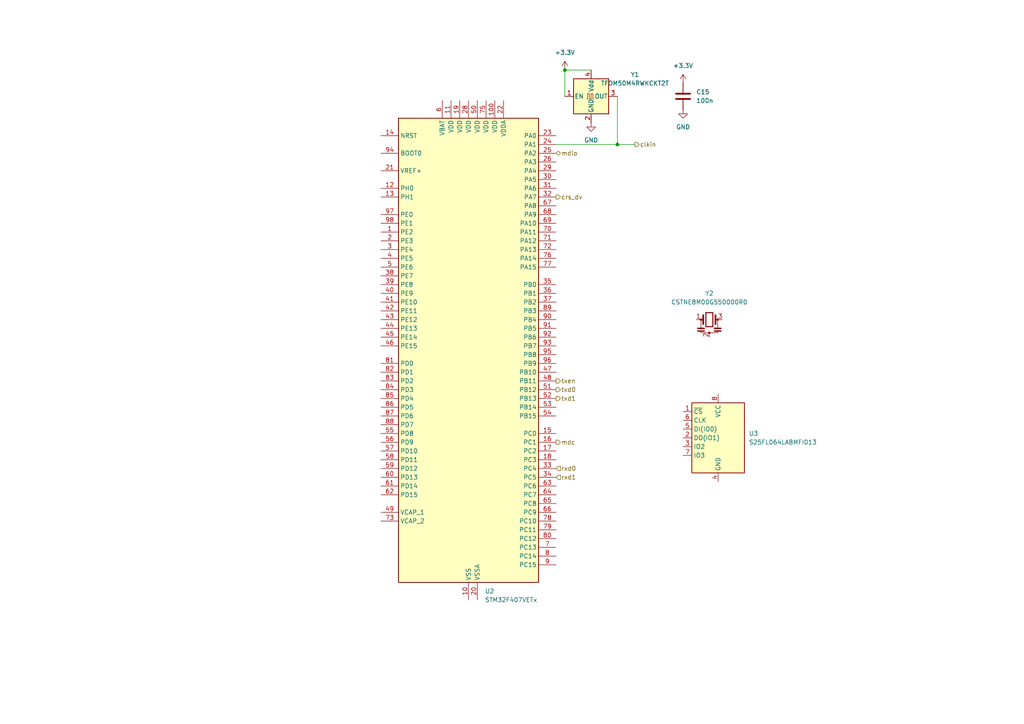
<source format=kicad_sch>
(kicad_sch (version 20231120) (generator "eeschema") (generator_version "8.0")
  (paper "A4")
  (lib_symbols
    (symbol "Device:C" (pin_numbers hide) (pin_names (offset 0.254))
      (property "Reference" "C" (at 0.635 2.54 0))
      (property "Value" "C" (at 0.635 -2.54 0))
      (symbol "C_0_1"
        (polyline (pts (xy -2.032 -0.762) (xy 2.032 -0.762)) (stroke (width 0.508)))
        (polyline (pts (xy -2.032 0.762) (xy 2.032 0.762)) (stroke (width 0.508)))
      )
      (symbol "C_1_1"
        (pin passive line (at 0 3.81 270) (length 2.794) (name "~") (number "1"))
        (pin passive line (at 0 -3.81 90) (length 2.794) (name "~") (number "2"))
      )
    )
    (symbol "Device:Resonator" (pin_names (offset 1.016) hide)
      (property "Reference" "Y" (at 0 5.715 0))
      (property "Value" "Resonator" (at 0 3.81 0))
      (symbol "Resonator_0_1"
        (rectangle (start -3.429 -3.175) (end -1.397 -3.429) (fill (type outline)))
        (rectangle (start -3.429 -2.413) (end -1.397 -2.667) (fill (type outline)))
        (circle (center -2.413 0) (radius 0.254) (fill (type outline)))
        (rectangle (start -1.016 2.032) (end 1.016 -2.032) (stroke (width 0.3048)))
        (circle (center 0 -3.81) (radius 0.254) (fill (type outline)))
        (polyline (pts (xy -2.413 -2.413) (xy -2.413 0)))
        (polyline (pts (xy -1.905 0) (xy -3.175 0)))
        (polyline (pts (xy -1.778 -1.27) (xy -1.778 1.27)) (stroke (width 0.508)))
        (polyline (pts (xy 1.778 -1.27) (xy 1.778 1.27)) (stroke (width 0.508)))
        (polyline (pts (xy 1.905 0) (xy 2.54 0)))
        (polyline (pts (xy 2.413 0) (xy 2.413 -2.54)))
        (polyline (pts (xy 2.413 -3.302) (xy 2.413 -3.81) (xy -2.413 -3.81) (xy -2.413 -3.302)))
        (rectangle (start 1.397 -3.175) (end 3.429 -3.429) (fill (type outline)))
        (rectangle (start 1.397 -2.413) (end 3.429 -2.667) (fill (type outline)))
        (circle (center 2.413 0) (radius 0.254) (fill (type outline)))
      )
      (symbol "Resonator_1_1"
        (pin passive line (at -3.81 0 0) (length 1.27) (name "1") (number "1"))
        (pin passive line (at 0 -5.08 90) (length 1.27) (name "2") (number "2"))
        (pin passive line (at 3.81 0 180) (length 1.27) (name "3") (number "3"))
      )
    )
    (symbol "MCU_ST_STM32F4:STM32F407VETx"
      (property "Reference" "U" (at -20.32 69.85 0))
      (property "Value" "STM32F407VETx" (at 12.7 69.85 0))
      (symbol "STM32F407VETx_0_1"
        (rectangle (start -20.32 -66.04) (end 20.32 68.58) (stroke (width 0.254)) (fill (type background)))
      )
      (symbol "STM32F407VETx_1_1"
        (pin bidirectional line (at -25.4 35.56 0) (length 5.08) (name "PE2") (number "1"))
        (pin power_in line (at 0 -71.12 90) (length 5.08) (name "VSS") (number "10"))
        (pin power_in line (at 7.62 73.66 270) (length 5.08) (name "VDD") (number "100"))
        (pin power_in line (at -5.08 73.66 270) (length 5.08) (name "VDD") (number "11"))
        (pin bidirectional line (at -25.4 48.26 0) (length 5.08) (name "PH0") (number "12"))
        (pin bidirectional line (at -25.4 45.72 0) (length 5.08) (name "PH1") (number "13"))
        (pin input line (at -25.4 63.5 0) (length 5.08) (name "NRST") (number "14"))
        (pin bidirectional line (at 25.4 -22.86 180) (length 5.08) (name "PC0") (number "15"))
        (pin bidirectional line (at 25.4 -25.4 180) (length 5.08) (name "PC1") (number "16"))
        (pin bidirectional line (at 25.4 -27.94 180) (length 5.08) (name "PC2") (number "17"))
        (pin bidirectional line (at 25.4 -30.48 180) (length 5.08) (name "PC3") (number "18"))
        (pin power_in line (at -2.54 73.66 270) (length 5.08) (name "VDD") (number "19"))
        (pin bidirectional line (at -25.4 33.02 0) (length 5.08) (name "PE3") (number "2"))
        (pin power_in line (at 2.54 -71.12 90) (length 5.08) (name "VSSA") (number "20"))
        (pin input line (at -25.4 53.34 0) (length 5.08) (name "VREF+") (number "21"))
        (pin power_in line (at 10.16 73.66 270) (length 5.08) (name "VDDA") (number "22"))
        (pin bidirectional line (at 25.4 63.5 180) (length 5.08) (name "PA0") (number "23"))
        (pin bidirectional line (at 25.4 60.96 180) (length 5.08) (name "PA1") (number "24"))
        (pin bidirectional line (at 25.4 58.42 180) (length 5.08) (name "PA2") (number "25"))
        (pin bidirectional line (at 25.4 55.88 180) (length 5.08) (name "PA3") (number "26"))
        (pin passive line (at 0 -71.12 90) (length 5.08) hide (name "VSS") (number "27"))
        (pin power_in line (at 0 73.66 270) (length 5.08) (name "VDD") (number "28"))
        (pin bidirectional line (at 25.4 53.34 180) (length 5.08) (name "PA4") (number "29"))
        (pin bidirectional line (at -25.4 30.48 0) (length 5.08) (name "PE4") (number "3"))
        (pin bidirectional line (at 25.4 50.8 180) (length 5.08) (name "PA5") (number "30"))
        (pin bidirectional line (at 25.4 48.26 180) (length 5.08) (name "PA6") (number "31"))
        (pin bidirectional line (at 25.4 45.72 180) (length 5.08) (name "PA7") (number "32"))
        (pin bidirectional line (at 25.4 -33.02 180) (length 5.08) (name "PC4") (number "33"))
        (pin bidirectional line (at 25.4 -35.56 180) (length 5.08) (name "PC5") (number "34"))
        (pin bidirectional line (at 25.4 20.32 180) (length 5.08) (name "PB0") (number "35"))
        (pin bidirectional line (at 25.4 17.78 180) (length 5.08) (name "PB1") (number "36"))
        (pin bidirectional line (at 25.4 15.24 180) (length 5.08) (name "PB2") (number "37"))
        (pin bidirectional line (at -25.4 22.86 0) (length 5.08) (name "PE7") (number "38"))
        (pin bidirectional line (at -25.4 20.32 0) (length 5.08) (name "PE8") (number "39"))
        (pin bidirectional line (at -25.4 27.94 0) (length 5.08) (name "PE5") (number "4"))
        (pin bidirectional line (at -25.4 17.78 0) (length 5.08) (name "PE9") (number "40"))
        (pin bidirectional line (at -25.4 15.24 0) (length 5.08) (name "PE10") (number "41"))
        (pin bidirectional line (at -25.4 12.7 0) (length 5.08) (name "PE11") (number "42"))
        (pin bidirectional line (at -25.4 10.16 0) (length 5.08) (name "PE12") (number "43"))
        (pin bidirectional line (at -25.4 7.62 0) (length 5.08) (name "PE13") (number "44"))
        (pin bidirectional line (at -25.4 5.08 0) (length 5.08) (name "PE14") (number "45"))
        (pin bidirectional line (at -25.4 2.54 0) (length 5.08) (name "PE15") (number "46"))
        (pin bidirectional line (at 25.4 -5.08 180) (length 5.08) (name "PB10") (number "47"))
        (pin bidirectional line (at 25.4 -7.62 180) (length 5.08) (name "PB11") (number "48"))
        (pin power_out line (at -25.4 -45.72 0) (length 5.08) (name "VCAP_1") (number "49"))
        (pin bidirectional line (at -25.4 25.4 0) (length 5.08) (name "PE6") (number "5"))
        (pin power_in line (at 2.54 73.66 270) (length 5.08) (name "VDD") (number "50"))
        (pin bidirectional line (at 25.4 -10.16 180) (length 5.08) (name "PB12") (number "51"))
        (pin bidirectional line (at 25.4 -12.7 180) (length 5.08) (name "PB13") (number "52"))
        (pin bidirectional line (at 25.4 -15.24 180) (length 5.08) (name "PB14") (number "53"))
        (pin bidirectional line (at 25.4 -17.78 180) (length 5.08) (name "PB15") (number "54"))
        (pin bidirectional line (at -25.4 -22.86 0) (length 5.08) (name "PD8") (number "55"))
        (pin bidirectional line (at -25.4 -25.4 0) (length 5.08) (name "PD9") (number "56"))
        (pin bidirectional line (at -25.4 -27.94 0) (length 5.08) (name "PD10") (number "57"))
        (pin bidirectional line (at -25.4 -30.48 0) (length 5.08) (name "PD11") (number "58"))
        (pin bidirectional line (at -25.4 -33.02 0) (length 5.08) (name "PD12") (number "59"))
        (pin power_in line (at -7.62 73.66 270) (length 5.08) (name "VBAT") (number "6"))
        (pin bidirectional line (at -25.4 -35.56 0) (length 5.08) (name "PD13") (number "60"))
        (pin bidirectional line (at -25.4 -38.1 0) (length 5.08) (name "PD14") (number "61"))
        (pin bidirectional line (at -25.4 -40.64 0) (length 5.08) (name "PD15") (number "62"))
        (pin bidirectional line (at 25.4 -38.1 180) (length 5.08) (name "PC6") (number "63"))
        (pin bidirectional line (at 25.4 -40.64 180) (length 5.08) (name "PC7") (number "64"))
        (pin bidirectional line (at 25.4 -43.18 180) (length 5.08) (name "PC8") (number "65"))
        (pin bidirectional line (at 25.4 -45.72 180) (length 5.08) (name "PC9") (number "66"))
        (pin bidirectional line (at 25.4 43.18 180) (length 5.08) (name "PA8") (number "67"))
        (pin bidirectional line (at 25.4 40.64 180) (length 5.08) (name "PA9") (number "68"))
        (pin bidirectional line (at 25.4 38.1 180) (length 5.08) (name "PA10") (number "69"))
        (pin bidirectional line (at 25.4 -55.88 180) (length 5.08) (name "PC13") (number "7"))
        (pin bidirectional line (at 25.4 35.56 180) (length 5.08) (name "PA11") (number "70"))
        (pin bidirectional line (at 25.4 33.02 180) (length 5.08) (name "PA12") (number "71"))
        (pin bidirectional line (at 25.4 30.48 180) (length 5.08) (name "PA13") (number "72"))
        (pin power_out line (at -25.4 -48.26 0) (length 5.08) (name "VCAP_2") (number "73"))
        (pin passive line (at 0 -71.12 90) (length 5.08) hide (name "VSS") (number "74"))
        (pin power_in line (at 5.08 73.66 270) (length 5.08) (name "VDD") (number "75"))
        (pin bidirectional line (at 25.4 27.94 180) (length 5.08) (name "PA14") (number "76"))
        (pin bidirectional line (at 25.4 25.4 180) (length 5.08) (name "PA15") (number "77"))
        (pin bidirectional line (at 25.4 -48.26 180) (length 5.08) (name "PC10") (number "78"))
        (pin bidirectional line (at 25.4 -50.8 180) (length 5.08) (name "PC11") (number "79"))
        (pin bidirectional line (at 25.4 -58.42 180) (length 5.08) (name "PC14") (number "8"))
        (pin bidirectional line (at 25.4 -53.34 180) (length 5.08) (name "PC12") (number "80"))
        (pin bidirectional line (at -25.4 -2.54 0) (length 5.08) (name "PD0") (number "81"))
        (pin bidirectional line (at -25.4 -5.08 0) (length 5.08) (name "PD1") (number "82"))
        (pin bidirectional line (at -25.4 -7.62 0) (length 5.08) (name "PD2") (number "83"))
        (pin bidirectional line (at -25.4 -10.16 0) (length 5.08) (name "PD3") (number "84"))
        (pin bidirectional line (at -25.4 -12.7 0) (length 5.08) (name "PD4") (number "85"))
        (pin bidirectional line (at -25.4 -15.24 0) (length 5.08) (name "PD5") (number "86"))
        (pin bidirectional line (at -25.4 -17.78 0) (length 5.08) (name "PD6") (number "87"))
        (pin bidirectional line (at -25.4 -20.32 0) (length 5.08) (name "PD7") (number "88"))
        (pin bidirectional line (at 25.4 12.7 180) (length 5.08) (name "PB3") (number "89"))
        (pin bidirectional line (at 25.4 -60.96 180) (length 5.08) (name "PC15") (number "9"))
        (pin bidirectional line (at 25.4 10.16 180) (length 5.08) (name "PB4") (number "90"))
        (pin bidirectional line (at 25.4 7.62 180) (length 5.08) (name "PB5") (number "91"))
        (pin bidirectional line (at 25.4 5.08 180) (length 5.08) (name "PB6") (number "92"))
        (pin bidirectional line (at 25.4 2.54 180) (length 5.08) (name "PB7") (number "93"))
        (pin input line (at -25.4 58.42 0) (length 5.08) (name "BOOT0") (number "94"))
        (pin bidirectional line (at 25.4 0 180) (length 5.08) (name "PB8") (number "95"))
        (pin bidirectional line (at 25.4 -2.54 180) (length 5.08) (name "PB9") (number "96"))
        (pin bidirectional line (at -25.4 40.64 0) (length 5.08) (name "PE0") (number "97"))
        (pin bidirectional line (at -25.4 38.1 0) (length 5.08) (name "PE1") (number "98"))
        (pin passive line (at 0 -71.12 90) (length 5.08) hide (name "VSS") (number "99"))
      )
    )
    (symbol "Memory_Flash:W25Q16JVSS"
      (property "Reference" "U" (at -6.35 11.43 0))
      (property "Value" "W25Q16JVSS" (at 7.62 11.43 0))
      (symbol "W25Q16JVSS_0_1"
        (rectangle (start -7.62 10.16) (end 7.62 -10.16) (stroke (width 0.254)) (fill (type background)))
      )
      (symbol "W25Q16JVSS_1_1"
        (pin input line (at -10.16 7.62 0) (length 2.54) (name "~{CS}") (number "1"))
        (pin bidirectional line (at -10.16 0 0) (length 2.54) (name "DO(IO1)") (number "2"))
        (pin bidirectional line (at -10.16 -2.54 0) (length 2.54) (name "IO2") (number "3"))
        (pin power_in line (at 0 -12.7 90) (length 2.54) (name "GND") (number "4"))
        (pin bidirectional line (at -10.16 2.54 0) (length 2.54) (name "DI(IO0)") (number "5"))
        (pin input line (at -10.16 5.08 0) (length 2.54) (name "CLK") (number "6"))
        (pin bidirectional line (at -10.16 -5.08 0) (length 2.54) (name "IO3") (number "7"))
        (pin power_in line (at 0 12.7 270) (length 2.54) (name "VCC") (number "8"))
      )
    )
    (symbol "Oscillator:ASE-xxxMHz" (pin_names (offset 0.254))
      (property "Reference" "Y" (at -5.08 6.35 0))
      (property "Value" "ASE-xxxMHz" (at 1.27 -6.35 0))
      (symbol "ASE-xxxMHz_0_1"
        (rectangle (start -5.08 5.08) (end 5.08 -5.08) (stroke (width 0.254)) (fill (type background)))
        (polyline (pts (xy -1.27 -0.762) (xy -1.016 -0.762) (xy -1.016 0.762) (xy -0.508 0.762) (xy -0.508 -0.762) (xy 0 -0.762) (xy 0 0.762) (xy 0.508 0.762) (xy 0.508 -0.762) (xy 0.762 -0.762)))
      )
      (symbol "ASE-xxxMHz_1_1"
        (pin input line (at -7.62 0 0) (length 2.54) (name "EN") (number "1"))
        (pin power_in line (at 0 -7.62 90) (length 2.54) (name "GND") (number "2"))
        (pin output line (at 7.62 0 180) (length 2.54) (name "OUT") (number "3"))
        (pin power_in line (at 0 7.62 270) (length 2.54) (name "Vdd") (number "4"))
      )
    )
    (symbol "power:+3.3V" (power) (pin_numbers hide) (pin_names (offset 0) hide)
      (property "Value" "+3.3V" (at 0 3.556 0))
      (symbol "+3.3V_0_1"
        (polyline (pts (xy -0.762 1.27) (xy 0 2.54)))
        (polyline (pts (xy 0 0) (xy 0 2.54)))
        (polyline (pts (xy 0 2.54) (xy 0.762 1.27)))
      )
      (symbol "+3.3V_1_1"
        (pin power_in line (at 0 0 90) (length 0) (name "~") (number "1"))
      )
    )
    (symbol "power:GND" (power) (pin_numbers hide) (pin_names (offset 0) hide)
      (property "Value" "GND" (at 0 -3.81 0))
      (symbol "GND_0_1"
        (polyline (pts (xy 0 0) (xy 0 -1.27) (xy 1.27 -1.27) (xy 0 -2.54) (xy -1.27 -1.27) (xy 0 -1.27)))
      )
      (symbol "GND_1_1"
        (pin power_in line (at 0 0 270) (length 0) (name "~") (number "1"))
      )
    )
  )
  (junction (at 179.07 41.91))
  (junction (at 163.83 20.32))
  (wire (pts (xy 163.83 27.94) (xy 163.83 20.32)))
  (wire (pts (xy 179.07 41.91) (xy 184.15 41.91)))
  (wire (pts (xy 179.07 27.94) (xy 179.07 41.91)))
  (wire (pts (xy 163.83 20.32) (xy 171.45 20.32)))
  (wire (pts (xy 161.29 41.91) (xy 179.07 41.91)))
  (hierarchical_label "txd1" (shape output) (at 161.29 115.57 0))
  (hierarchical_label "clkin" (shape output) (at 184.15 41.91 0))
  (hierarchical_label "crs_dv" (shape output) (at 161.29 57.15 0))
  (hierarchical_label "txen" (shape output) (at 161.29 110.49 0))
  (hierarchical_label "mdio" (shape bidirectional) (at 161.29 44.45 0))
  (hierarchical_label "txd0" (shape output) (at 161.29 113.03 0))
  (hierarchical_label "rxd1" (shape input) (at 161.29 138.43 0))
  (hierarchical_label "rxd0" (shape input) (at 161.29 135.89 0))
  (hierarchical_label "mdc" (shape output) (at 161.29 128.27 0))
  (symbol (lib_id "Device:Resonator") (at 205.74 92.71 0) (unit 1)
    (property "Reference" "Y2" (at 205.74 85.09 0))
    (property "Value" "CSTNE8M00G550000R0" (at 205.74 87.63 0))
    (property "Footprint" "Crystal:Resonator_SMD_Murata_CSTxExxV-3Pin_3.0x1.1mm" (effects (hide yes)))
    (property "Description" "Three pin ceramic resonator" (effects (hide yes)))
    (property "JLCPCBPart" "C341522" (effects (hide yes)))
  )
  (symbol (lib_id "Device:C") (at 198.12 27.94 0) (unit 1)
    (property "Reference" "C15" (at 201.93 26.6699 0) (effects (justify left)))
    (property "Value" "100n" (at 201.93 29.2099 0) (effects (justify left)))
    (property "Footprint" "Capacitor_SMD:C_0603_1608Metric" (effects (hide yes)))
    (property "Description" "Unpolarized capacitor" (effects (hide yes)))
    (property "JLCPCBPart" "C14663" (effects (hide yes)))
  )
  (symbol (lib_id "Memory_Flash:W25Q16JVSS") (at 208.28 127 0) (unit 1)
    (property "Reference" "U3" (at 217.17 125.7299 0) (effects (justify left)))
    (property "Value" "S25FL064LABMFI013" (at 217.17 128.2699 0) (effects (justify left)))
    (property "Footprint" "Package_SO:SOIC-8_5.23x5.23mm_P1.27mm" (effects (hide yes)))
    (property "Datasheet" "https://www.winbond.com/hq/support/documentation/levelOne.jsp?__locale=en&DocNo=DA00-W25Q16JV.1" (effects (hide yes)))
    (property "Description" "16Mb Serial Flash Memory, Standard/Dual/Quad SPI, SOIC-8" (effects (hide yes)))
    (property "JLCPCBPart" "C2951282" (effects (hide yes)))
  )
  (symbol (lib_id "power:GND") (at 198.12 31.75 0) (unit 1)
    (property "Reference" "#PWR014" (effects (hide yes)))
    (property "Value" "GND" (at 198.12 36.83 0))
    (property "Description" "Power symbol creates a global label with name \"GND\" , ground" (effects (hide yes)))
  )
  (symbol (lib_id "MCU_ST_STM32F4:STM32F407VETx") (at 135.89 102.87 0) (unit 1)
    (property "Reference" "U2" (at 140.6241 171.45 0) (effects (justify left)))
    (property "Value" "STM32F407VETx" (at 140.6241 173.99 0) (effects (justify left)))
    (property "Footprint" "Package_QFP:LQFP-100_14x14mm_P0.5mm" (effects (hide yes)))
    (property "Datasheet" "https://www.st.com/resource/en/datasheet/stm32f407ve.pdf" (effects (hide yes)))
    (property "Description" "STMicroelectronics Arm Cortex-M4 MCU, 512KB flash, 192KB RAM, 168 MHz, 1.8-3.6V, 82 GPIO, LQFP100" (effects (hide yes)))
    (property "JLCPCBPart" "C28730" (effects (hide yes)))
  )
  (symbol (lib_id "power:+3.3V") (at 163.83 20.32 0) (unit 1)
    (property "Reference" "#PWR012" (effects (hide yes)))
    (property "Value" "+3.3V" (at 163.83 15.24 0))
    (property "Description" "Power symbol creates a global label with name \"+3.3V\"" (effects (hide yes)))
  )
  (symbol (lib_id "Oscillator:ASE-xxxMHz") (at 171.45 27.94 0) (unit 1)
    (property "Reference" "Y1" (at 184.15 21.6214 0))
    (property "Value" "TFOM50M4RWKCKT2T" (at 184.15 24.1614 0))
    (property "Footprint" "Oscillator:Oscillator_SMD_ECS_2520MV-xxx-xx-4Pin_2.5x2.0mm" (effects (hide yes)))
    (property "Datasheet" "http://www.abracon.com/Oscillators/ASV.pdf" (effects (hide yes)))
    (property "Description" "3.3V CMOS SMD Crystal Clock Oscillator, Abracon" (effects (hide yes)))
    (property "JLCPCBPart" "C2992633" (effects (hide yes)))
  )
  (symbol (lib_id "power:+3.3V") (at 198.12 24.13 0) (unit 1)
    (property "Reference" "#PWR015" (effects (hide yes)))
    (property "Value" "+3.3V" (at 198.12 19.05 0))
    (property "Description" "Power symbol creates a global label with name \"+3.3V\"" (effects (hide yes)))
  )
  (symbol (lib_id "power:GND") (at 171.45 35.56 0) (unit 1)
    (property "Reference" "#PWR013" (effects (hide yes)))
    (property "Value" "GND" (at 171.45 40.64 0))
    (property "Description" "Power symbol creates a global label with name \"GND\" , ground" (effects (hide yes)))
  )
)
</source>
